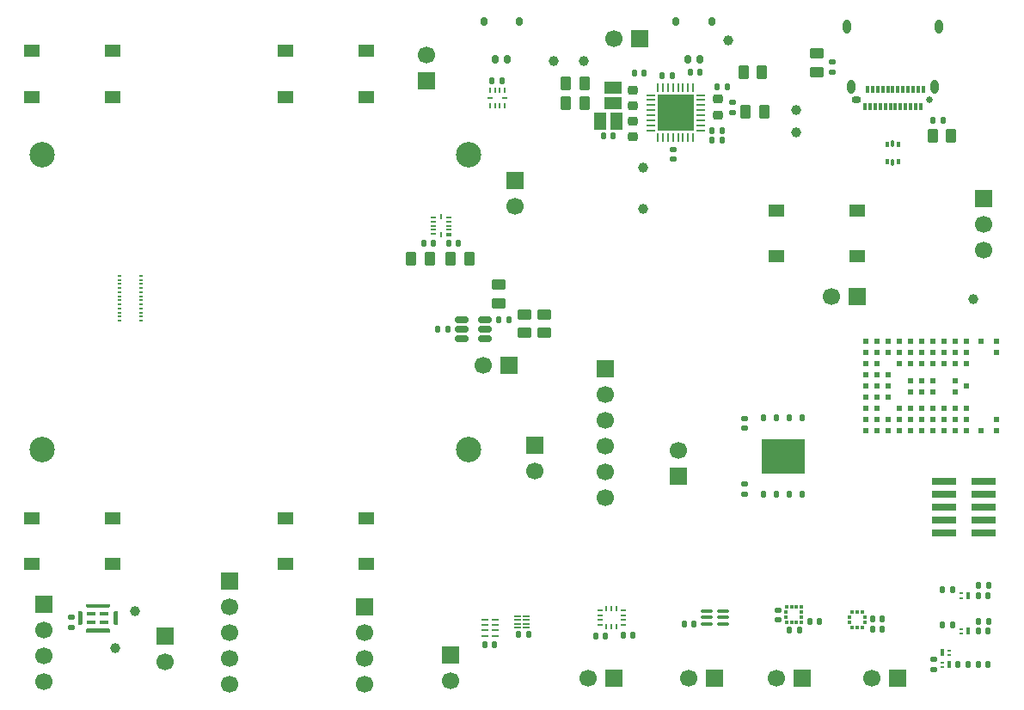
<source format=gbr>
%TF.GenerationSoftware,KiCad,Pcbnew,9.0.1+1*%
%TF.CreationDate,2025-09-19T07:31:43+00:00*%
%TF.ProjectId,ZSWatch-Watch-DevKit,5a535761-7463-4682-9d57-617463682d44,+ (Unreleased)*%
%TF.SameCoordinates,Original*%
%TF.FileFunction,Soldermask,Top*%
%TF.FilePolarity,Negative*%
%FSLAX46Y46*%
G04 Gerber Fmt 4.6, Leading zero omitted, Abs format (unit mm)*
G04 Created by KiCad (PCBNEW 9.0.1+1) date 2025-09-19 07:31:43*
%MOMM*%
%LPD*%
G01*
G04 APERTURE LIST*
G04 Aperture macros list*
%AMRoundRect*
0 Rectangle with rounded corners*
0 $1 Rounding radius*
0 $2 $3 $4 $5 $6 $7 $8 $9 X,Y pos of 4 corners*
0 Add a 4 corners polygon primitive as box body*
4,1,4,$2,$3,$4,$5,$6,$7,$8,$9,$2,$3,0*
0 Add four circle primitives for the rounded corners*
1,1,$1+$1,$2,$3*
1,1,$1+$1,$4,$5*
1,1,$1+$1,$6,$7*
1,1,$1+$1,$8,$9*
0 Add four rect primitives between the rounded corners*
20,1,$1+$1,$2,$3,$4,$5,0*
20,1,$1+$1,$4,$5,$6,$7,0*
20,1,$1+$1,$6,$7,$8,$9,0*
20,1,$1+$1,$8,$9,$2,$3,0*%
G04 Aperture macros list end*
%ADD10C,0.010000*%
%ADD11RoundRect,0.140000X0.140000X0.170000X-0.140000X0.170000X-0.140000X-0.170000X0.140000X-0.170000X0*%
%ADD12RoundRect,0.250000X-0.262500X-0.450000X0.262500X-0.450000X0.262500X0.450000X-0.262500X0.450000X0*%
%ADD13RoundRect,0.250000X0.262500X0.450000X-0.262500X0.450000X-0.262500X-0.450000X0.262500X-0.450000X0*%
%ADD14RoundRect,0.050000X-0.150000X-0.300000X0.150000X-0.300000X0.150000X0.300000X-0.150000X0.300000X0*%
%ADD15RoundRect,0.050000X-0.150000X-0.075000X0.150000X-0.075000X0.150000X0.075000X-0.150000X0.075000X0*%
%ADD16RoundRect,0.093750X-0.093750X0.156250X-0.093750X-0.156250X0.093750X-0.156250X0.093750X0.156250X0*%
%ADD17RoundRect,0.075000X-0.075000X0.250000X-0.075000X-0.250000X0.075000X-0.250000X0.075000X0.250000X0*%
%ADD18RoundRect,0.135000X0.185000X-0.135000X0.185000X0.135000X-0.185000X0.135000X-0.185000X-0.135000X0*%
%ADD19R,1.500000X1.300000*%
%ADD20C,1.000000*%
%ADD21R,1.700000X1.700000*%
%ADD22C,1.700000*%
%ADD23RoundRect,0.250000X-0.450000X0.262500X-0.450000X-0.262500X0.450000X-0.262500X0.450000X0.262500X0*%
%ADD24R,2.400000X0.740000*%
%ADD25RoundRect,0.062500X-0.337500X-0.062500X0.337500X-0.062500X0.337500X0.062500X-0.337500X0.062500X0*%
%ADD26RoundRect,0.062500X-0.062500X-0.337500X0.062500X-0.337500X0.062500X0.337500X-0.062500X0.337500X0*%
%ADD27R,3.600000X3.600000*%
%ADD28RoundRect,0.150000X0.150000X0.275000X-0.150000X0.275000X-0.150000X-0.275000X0.150000X-0.275000X0*%
%ADD29RoundRect,0.175000X0.175000X0.225000X-0.175000X0.225000X-0.175000X-0.225000X0.175000X-0.225000X0*%
%ADD30RoundRect,0.075000X-0.512500X-0.075000X0.512500X-0.075000X0.512500X0.075000X-0.512500X0.075000X0*%
%ADD31C,2.500000*%
%ADD32R,0.250000X0.500000*%
%ADD33R,0.500000X0.250000*%
%ADD34RoundRect,0.140000X-0.170000X0.140000X-0.170000X-0.140000X0.170000X-0.140000X0.170000X0.140000X0*%
%ADD35RoundRect,0.135000X0.135000X0.185000X-0.135000X0.185000X-0.135000X-0.185000X0.135000X-0.185000X0*%
%ADD36RoundRect,0.140000X-0.140000X-0.170000X0.140000X-0.170000X0.140000X0.170000X-0.140000X0.170000X0*%
%ADD37RoundRect,0.125000X0.125000X-0.200000X0.125000X0.200000X-0.125000X0.200000X-0.125000X-0.200000X0*%
%ADD38R,4.300000X3.400000*%
%ADD39RoundRect,0.135000X-0.185000X0.135000X-0.185000X-0.135000X0.185000X-0.135000X0.185000X0.135000X0*%
%ADD40R,0.650000X0.170000*%
%ADD41RoundRect,0.140000X0.170000X-0.140000X0.170000X0.140000X-0.170000X0.140000X-0.170000X-0.140000X0*%
%ADD42R,0.950000X0.450000*%
%ADD43RoundRect,0.135000X-0.135000X-0.185000X0.135000X-0.185000X0.135000X0.185000X-0.135000X0.185000X0*%
%ADD44R,0.700000X0.270000*%
%ADD45R,0.370000X0.300000*%
%ADD46R,0.300000X0.370000*%
%ADD47RoundRect,0.147500X0.147500X0.172500X-0.147500X0.172500X-0.147500X-0.172500X0.147500X-0.172500X0*%
%ADD48C,0.650000*%
%ADD49O,0.950000X0.650000*%
%ADD50R,0.300000X0.700000*%
%ADD51O,0.800000X1.400000*%
%ADD52RoundRect,0.225000X-0.250000X0.225000X-0.250000X-0.225000X0.250000X-0.225000X0.250000X0.225000X0*%
%ADD53R,0.475000X0.250000*%
%ADD54R,0.250000X0.475000*%
%ADD55R,1.150000X1.800000*%
%ADD56R,0.600000X0.600000*%
%ADD57RoundRect,0.147500X-0.147500X-0.172500X0.147500X-0.172500X0.147500X0.172500X-0.147500X0.172500X0*%
%ADD58RoundRect,0.225000X0.250000X-0.225000X0.250000X0.225000X-0.250000X0.225000X-0.250000X-0.225000X0*%
%ADD59R,0.300000X0.325000*%
%ADD60R,0.325000X0.300000*%
%ADD61R,1.800000X1.150000*%
%ADD62RoundRect,0.050000X0.150000X0.300000X-0.150000X0.300000X-0.150000X-0.300000X0.150000X-0.300000X0*%
%ADD63RoundRect,0.050000X0.150000X0.075000X-0.150000X0.075000X-0.150000X-0.075000X0.150000X-0.075000X0*%
%ADD64RoundRect,0.150000X0.512500X0.150000X-0.512500X0.150000X-0.512500X-0.150000X0.512500X-0.150000X0*%
%ADD65R,0.450000X0.210000*%
%ADD66R,0.500000X0.320000*%
%ADD67R,0.500000X0.220000*%
%ADD68R,0.220000X0.500000*%
%ADD69R,0.500000X0.200000*%
%ADD70RoundRect,0.250000X0.450000X-0.262500X0.450000X0.262500X-0.450000X0.262500X-0.450000X-0.262500X0*%
G04 APERTURE END LIST*
D10*
%TO.C,MK501*%
X166935000Y-173025000D02*
X166935000Y-174125000D01*
X166835000Y-174225000D01*
X166610000Y-174225000D01*
X166610000Y-172925000D01*
X166835000Y-172925000D01*
X166935000Y-173025000D01*
G36*
X166935000Y-173025000D02*
G01*
X166935000Y-174125000D01*
X166835000Y-174225000D01*
X166610000Y-174225000D01*
X166610000Y-172925000D01*
X166835000Y-172925000D01*
X166935000Y-173025000D01*
G37*
X169635000Y-172425000D02*
X169535000Y-172525000D01*
X167435000Y-172525000D01*
X167335000Y-172425000D01*
X167335000Y-172200000D01*
X169635000Y-172200000D01*
X169635000Y-172425000D01*
G36*
X169635000Y-172425000D02*
G01*
X169535000Y-172525000D01*
X167435000Y-172525000D01*
X167335000Y-172425000D01*
X167335000Y-172200000D01*
X169635000Y-172200000D01*
X169635000Y-172425000D01*
G37*
X169635000Y-174725000D02*
X169635000Y-174950000D01*
X167335000Y-174950000D01*
X167335000Y-174725000D01*
X167435000Y-174625000D01*
X169535000Y-174625000D01*
X169635000Y-174725000D01*
G36*
X169635000Y-174725000D02*
G01*
X169635000Y-174950000D01*
X167335000Y-174950000D01*
X167335000Y-174725000D01*
X167435000Y-174625000D01*
X169535000Y-174625000D01*
X169635000Y-174725000D01*
G37*
X170360000Y-174225000D02*
X170135000Y-174225000D01*
X170035000Y-174125000D01*
X170035000Y-173025000D01*
X170135000Y-172925000D01*
X170360000Y-172925000D01*
X170360000Y-174225000D01*
G36*
X170360000Y-174225000D02*
G01*
X170135000Y-174225000D01*
X170035000Y-174125000D01*
X170035000Y-173025000D01*
X170135000Y-172925000D01*
X170360000Y-172925000D01*
X170360000Y-174225000D01*
G37*
%TD*%
D11*
%TO.C,C410*%
X225060000Y-120200000D03*
X224100000Y-120200000D03*
%TD*%
D12*
%TO.C,R605*%
X250700000Y-126100000D03*
X252525000Y-126100000D03*
%TD*%
D13*
%TO.C,R409*%
X234112500Y-123749000D03*
X232287500Y-123749000D03*
%TD*%
D14*
%TO.C,Q403*%
X254250000Y-171400000D03*
D15*
X253550000Y-171175000D03*
X253550000Y-171625000D03*
%TD*%
D12*
%TO.C,R615*%
X203275000Y-138200000D03*
X205100000Y-138200000D03*
%TD*%
D16*
%TO.C,IC602*%
X247337500Y-126937500D03*
D17*
X246800000Y-126862500D03*
D16*
X246262500Y-126937500D03*
X246262500Y-128637500D03*
D17*
X246800000Y-128712500D03*
D16*
X247337500Y-128637500D03*
%TD*%
D18*
%TO.C,R403*%
X250800000Y-178710000D03*
X250800000Y-177690000D03*
%TD*%
D19*
%TO.C,S503*%
X162025000Y-163750000D03*
X162025000Y-168250000D03*
X169975000Y-163750000D03*
X169975000Y-168250000D03*
%TD*%
D20*
%TO.C,TP502*%
X222200000Y-129200000D03*
%TD*%
D21*
%TO.C,X508*%
X200900000Y-120700000D03*
D22*
X200900000Y-118160000D03*
%TD*%
D19*
%TO.C,S504*%
X162025000Y-117750000D03*
X162025000Y-122250000D03*
X169975000Y-117750000D03*
X169975000Y-122250000D03*
%TD*%
D23*
%TO.C,R613*%
X212500000Y-143687500D03*
X212500000Y-145512500D03*
%TD*%
D24*
%TO.C,X601*%
X251800000Y-160120000D03*
X255700000Y-160120000D03*
X251800000Y-161390000D03*
X255700000Y-161390000D03*
X251800000Y-162660000D03*
X255700000Y-162660000D03*
X251800000Y-163930000D03*
X255700000Y-163930000D03*
X251800000Y-165200000D03*
X255700000Y-165200000D03*
%TD*%
D25*
%TO.C,IC401*%
X222937790Y-122080400D03*
X222937790Y-122580400D03*
X222937790Y-123080400D03*
X222937790Y-123580400D03*
X222937790Y-124080400D03*
X222937790Y-124580400D03*
X222937790Y-125080400D03*
X222937790Y-125580400D03*
D26*
X223637790Y-126280400D03*
X224137790Y-126280400D03*
X224637790Y-126280400D03*
X225137790Y-126280400D03*
X225637790Y-126280400D03*
X226137790Y-126280400D03*
X226637790Y-126280400D03*
X227137790Y-126280400D03*
D25*
X227837790Y-125580400D03*
X227837790Y-125080400D03*
X227837790Y-124580400D03*
X227837790Y-124080400D03*
X227837790Y-123580400D03*
X227837790Y-123080400D03*
X227837790Y-122580400D03*
X227837790Y-122080400D03*
D26*
X227137790Y-121380400D03*
X226637790Y-121380400D03*
X226137790Y-121380400D03*
X225637790Y-121380400D03*
X225137790Y-121380400D03*
X224637790Y-121380400D03*
X224137790Y-121380400D03*
X223637790Y-121380400D03*
D27*
X225387790Y-123830400D03*
%TD*%
D21*
%TO.C,X503*%
X175100000Y-175400000D03*
D22*
X175100000Y-177940000D03*
%TD*%
D28*
%TO.C,X509*%
X208850000Y-118575000D03*
X207650000Y-118575000D03*
D29*
X210000000Y-114800000D03*
X206500000Y-114800000D03*
%TD*%
D30*
%TO.C,IC501*%
X228505000Y-172900000D03*
X228505000Y-173550000D03*
X228505000Y-174200000D03*
X230080000Y-174200000D03*
X230080000Y-173550000D03*
X230080000Y-172900000D03*
%TD*%
D31*
%TO.C,REF\u002A\u002A*%
X205000000Y-157000000D03*
%TD*%
D21*
%TO.C,X610*%
X211500000Y-156600000D03*
D22*
X211500000Y-159140000D03*
%TD*%
D21*
%TO.C,X403*%
X163200000Y-172220000D03*
D22*
X163200000Y-174760000D03*
X163200000Y-177300000D03*
X163200000Y-179840000D03*
%TD*%
D11*
%TO.C,C403*%
X227780000Y-119800000D03*
X226820000Y-119800000D03*
%TD*%
D21*
%TO.C,X504*%
X194800000Y-172490000D03*
D22*
X194800000Y-175030000D03*
X194800000Y-177570000D03*
X194800000Y-180110000D03*
%TD*%
D21*
%TO.C,X606*%
X225700000Y-159640000D03*
D22*
X225700000Y-157100000D03*
%TD*%
D32*
%TO.C,IC505*%
X207100000Y-123100000D03*
X207600000Y-123100000D03*
X208100000Y-123100000D03*
X208600000Y-123100000D03*
D33*
X208600000Y-122350000D03*
D32*
X208600000Y-121600000D03*
X208100000Y-121600000D03*
X207600000Y-121600000D03*
X207100000Y-121600000D03*
D33*
X207100000Y-122350000D03*
%TD*%
D21*
%TO.C,X401*%
X221865000Y-116500000D03*
D22*
X219325000Y-116500000D03*
%TD*%
D21*
%TO.C,X501*%
X229200000Y-179500000D03*
D22*
X226660000Y-179500000D03*
%TD*%
D21*
%TO.C,X502*%
X181500000Y-169980000D03*
D22*
X181500000Y-172520000D03*
X181500000Y-175060000D03*
X181500000Y-177600000D03*
X181500000Y-180140000D03*
%TD*%
D21*
%TO.C,X506*%
X237840000Y-179500000D03*
D22*
X235300000Y-179500000D03*
%TD*%
D34*
%TO.C,C505*%
X235500000Y-172795000D03*
X235500000Y-173755000D03*
%TD*%
D21*
%TO.C,X607*%
X209600000Y-130525000D03*
D22*
X209600000Y-133065000D03*
%TD*%
D35*
%TO.C,R405*%
X256210000Y-170400000D03*
X255190000Y-170400000D03*
%TD*%
D36*
%TO.C,C404*%
X229520000Y-121300000D03*
X230480000Y-121300000D03*
%TD*%
D11*
%TO.C,C511*%
X207580000Y-176220000D03*
X206620000Y-176220000D03*
%TD*%
D37*
%TO.C,IC603*%
X234090000Y-161400000D03*
X235360000Y-161400000D03*
X236630000Y-161400000D03*
X237900000Y-161400000D03*
X237900000Y-153900000D03*
X236630000Y-153900000D03*
X235360000Y-153900000D03*
X234090000Y-153900000D03*
D38*
X235995000Y-157650000D03*
%TD*%
D39*
%TO.C,R604*%
X240800000Y-118790000D03*
X240800000Y-119810000D03*
%TD*%
D20*
%TO.C,TP403*%
X216400000Y-118700000D03*
%TD*%
D40*
%TO.C,IC506*%
X210725000Y-174500000D03*
X210725000Y-174150000D03*
X210725000Y-173800000D03*
X210725000Y-173450000D03*
X209875000Y-173450000D03*
X209875000Y-173800000D03*
X209875000Y-174150000D03*
X209875000Y-174500000D03*
%TD*%
D20*
%TO.C,TP404*%
X213400000Y-118700000D03*
%TD*%
D41*
%TO.C,C602*%
X232170000Y-154880000D03*
X232170000Y-153920000D03*
%TD*%
D21*
%TO.C,X505*%
X219340000Y-179500000D03*
D22*
X216800000Y-179500000D03*
%TD*%
D42*
%TO.C,MK501*%
X167810000Y-173150000D03*
X169160000Y-173150000D03*
X169160000Y-174000000D03*
X167810000Y-174000000D03*
%TD*%
D21*
%TO.C,X604*%
X255700000Y-132270000D03*
D22*
X255700000Y-134810000D03*
X255700000Y-137350000D03*
%TD*%
D12*
%TO.C,R410*%
X214587500Y-120900000D03*
X216412500Y-120900000D03*
%TD*%
D13*
%TO.C,R616*%
X201187500Y-138200000D03*
X199362500Y-138200000D03*
%TD*%
D43*
%TO.C,R603*%
X250700000Y-124600000D03*
X251720000Y-124600000D03*
%TD*%
D35*
%TO.C,R408*%
X229989410Y-126538400D03*
X228969410Y-126538400D03*
%TD*%
D28*
%TO.C,X402*%
X227800000Y-118575000D03*
X226600000Y-118575000D03*
D29*
X228950000Y-114800000D03*
X225450000Y-114800000D03*
%TD*%
D11*
%TO.C,C503*%
X218500000Y-175332500D03*
X217540000Y-175332500D03*
%TD*%
D44*
%TO.C,IC507*%
X206600000Y-173725000D03*
X206600000Y-174265000D03*
X206600000Y-174805000D03*
X206600000Y-175345000D03*
X207600000Y-175345000D03*
X207600000Y-174805000D03*
X207600000Y-174265000D03*
X207600000Y-173725000D03*
%TD*%
D21*
%TO.C,X507*%
X247300000Y-179500000D03*
D22*
X244760000Y-179500000D03*
%TD*%
D45*
%TO.C,IC504*%
X244062500Y-174007500D03*
X244062500Y-173507500D03*
D46*
X243800000Y-172995000D03*
X243300000Y-172995000D03*
X242800000Y-172995000D03*
D45*
X242537500Y-173507500D03*
X242537500Y-174007500D03*
D46*
X242800000Y-174520000D03*
X243300000Y-174520000D03*
X243800000Y-174520000D03*
%TD*%
D11*
%TO.C,C510*%
X208280000Y-120700000D03*
X207320000Y-120700000D03*
%TD*%
D20*
%TO.C,TP501*%
X222200000Y-133300000D03*
%TD*%
D47*
%TO.C,D403*%
X256185000Y-178200000D03*
X255215000Y-178200000D03*
%TD*%
D48*
%TO.C,X603*%
X250400000Y-122560000D03*
D49*
X243200000Y-122560000D03*
D50*
X249550000Y-123220000D03*
X249050000Y-123220000D03*
X248550000Y-123220000D03*
X248050000Y-123220000D03*
X247550000Y-123220000D03*
X247050000Y-123220000D03*
X246550000Y-123220000D03*
X246050000Y-123220000D03*
X245550000Y-123220000D03*
X245050000Y-123220000D03*
X244550000Y-123220000D03*
X244050000Y-123220000D03*
X244300000Y-121520000D03*
X244800000Y-121520000D03*
X245300000Y-121520000D03*
X245800000Y-121520000D03*
X246300000Y-121520000D03*
X246800000Y-121520000D03*
X247300000Y-121520000D03*
X247800000Y-121520000D03*
X248300000Y-121520000D03*
X248800000Y-121520000D03*
X249300000Y-121520000D03*
X249800000Y-121520000D03*
D51*
X251290000Y-115360000D03*
X250930000Y-121310000D03*
X242670000Y-121310000D03*
X242310000Y-115360000D03*
%TD*%
D20*
%TO.C,TP601*%
X254700000Y-142200000D03*
%TD*%
D52*
%TO.C,C408*%
X221151410Y-124633400D03*
X221151410Y-126183400D03*
%TD*%
D35*
%TO.C,R404*%
X256210000Y-173900000D03*
X255190000Y-173900000D03*
%TD*%
D41*
%TO.C,C502*%
X165900000Y-174500000D03*
X165900000Y-173540000D03*
%TD*%
D53*
%TO.C,IC502*%
X217937500Y-172800000D03*
X217937500Y-173300000D03*
X217937500Y-173800000D03*
X217937500Y-174300000D03*
D54*
X218600000Y-174462500D03*
X219100000Y-174462500D03*
X219600000Y-174462500D03*
D53*
X220262500Y-174300000D03*
X220262500Y-173800000D03*
X220262500Y-173300000D03*
X220262500Y-172800000D03*
D54*
X219600000Y-172637500D03*
X219100000Y-172637500D03*
X218600000Y-172637500D03*
%TD*%
D20*
%TO.C,TP503*%
X172200000Y-172900000D03*
%TD*%
D23*
%TO.C,R606*%
X239300000Y-117987500D03*
X239300000Y-119812500D03*
%TD*%
D55*
%TO.C,L401*%
X217938410Y-124659400D03*
X219538410Y-124659400D03*
%TD*%
D56*
%TO.C,M601*%
X244100000Y-155150000D03*
X244100000Y-154050000D03*
X244100000Y-152950000D03*
X244100000Y-151850000D03*
X244100000Y-150750000D03*
X244100000Y-149650000D03*
X244100000Y-148550000D03*
X244100000Y-147450000D03*
X244100000Y-146350000D03*
X245200000Y-155150000D03*
X245200000Y-154050000D03*
X245200000Y-152950000D03*
X245200000Y-151850000D03*
X245200000Y-150750000D03*
X245200000Y-149650000D03*
X245200000Y-148550000D03*
X245200000Y-147450000D03*
X245200000Y-146350000D03*
X246300000Y-155150000D03*
X246300000Y-154050000D03*
X246300000Y-151850000D03*
X246300000Y-150750000D03*
X246300000Y-149650000D03*
X246300000Y-147450000D03*
X246300000Y-146350000D03*
X247400000Y-155150000D03*
X247400000Y-154050000D03*
X247400000Y-152950000D03*
X247400000Y-148550000D03*
X247400000Y-147450000D03*
X247400000Y-146350000D03*
X248500000Y-155150000D03*
X248500000Y-154050000D03*
X248500000Y-152950000D03*
X248500000Y-151300000D03*
X248500000Y-150200000D03*
X248500000Y-148550000D03*
X248500000Y-147450000D03*
X248500000Y-146350000D03*
X249600000Y-155150000D03*
X249600000Y-154050000D03*
X249600000Y-152950000D03*
X249600000Y-151300000D03*
X249600000Y-150200000D03*
X249600000Y-148550000D03*
X249600000Y-147450000D03*
X249600000Y-146350000D03*
X250700000Y-155150000D03*
X250700000Y-154050000D03*
X250700000Y-152950000D03*
X250700000Y-151300000D03*
X250700000Y-150200000D03*
X250700000Y-148550000D03*
X250700000Y-147450000D03*
X250700000Y-146350000D03*
X251800000Y-155150000D03*
X251800000Y-154050000D03*
X251800000Y-152950000D03*
X251800000Y-148550000D03*
X251800000Y-147450000D03*
X251800000Y-146350000D03*
X252900000Y-155150000D03*
X252900000Y-154050000D03*
X252900000Y-152950000D03*
X252900000Y-151300000D03*
X252900000Y-150200000D03*
X252900000Y-148550000D03*
X252900000Y-147450000D03*
X252900000Y-146350000D03*
X254000000Y-155150000D03*
X254000000Y-154050000D03*
X254000000Y-152950000D03*
X254000000Y-150750000D03*
X254000000Y-148550000D03*
X254000000Y-147450000D03*
X254000000Y-146350000D03*
X255500000Y-155150000D03*
X255500000Y-146350000D03*
X257000000Y-155150000D03*
X257000000Y-154050000D03*
X257000000Y-147450000D03*
X257000000Y-146350000D03*
%TD*%
D57*
%TO.C,D401*%
X255215000Y-174900000D03*
X256185000Y-174900000D03*
%TD*%
D58*
%TO.C,C406*%
X221151410Y-123148400D03*
X221151410Y-121598400D03*
%TD*%
D11*
%TO.C,C407*%
X222289600Y-119930400D03*
X221329600Y-119930400D03*
%TD*%
D36*
%TO.C,C405*%
X218299410Y-126138400D03*
X219259410Y-126138400D03*
%TD*%
D11*
%TO.C,C501*%
X227187500Y-174200000D03*
X226227500Y-174200000D03*
%TD*%
D21*
%TO.C,X609*%
X208975000Y-148700000D03*
D22*
X206435000Y-148700000D03*
%TD*%
D11*
%TO.C,C504*%
X221180000Y-175300000D03*
X220220000Y-175300000D03*
%TD*%
%TO.C,C601*%
X208980000Y-144187500D03*
X208020000Y-144187500D03*
%TD*%
D59*
%TO.C,IC503*%
X237812500Y-172462500D03*
X237312500Y-172462500D03*
X236812500Y-172462500D03*
X236312500Y-172462500D03*
D60*
X236300000Y-172975000D03*
X236300000Y-173475000D03*
D59*
X236312500Y-173987500D03*
X236812500Y-173987500D03*
X237312500Y-173987500D03*
X237812500Y-173987500D03*
D60*
X237825000Y-173475000D03*
X237825000Y-172975000D03*
%TD*%
D36*
%TO.C,C506*%
X238620000Y-173975000D03*
X239580000Y-173975000D03*
%TD*%
D61*
%TO.C,L402*%
X219246410Y-121319400D03*
X219246410Y-122919400D03*
%TD*%
D58*
%TO.C,C409*%
X229590620Y-124044000D03*
X229590620Y-122494000D03*
%TD*%
D23*
%TO.C,R602*%
X208020000Y-140775000D03*
X208020000Y-142600000D03*
%TD*%
D35*
%TO.C,R402*%
X252710000Y-170800000D03*
X251690000Y-170800000D03*
%TD*%
D19*
%TO.C,S502*%
X187025000Y-163750000D03*
X187025000Y-168250000D03*
X194975000Y-163750000D03*
X194975000Y-168250000D03*
%TD*%
D31*
%TO.C,REF\u002A\u002A*%
X163000000Y-157000000D03*
%TD*%
D62*
%TO.C,Q401*%
X251650000Y-177000000D03*
D63*
X252350000Y-177225000D03*
X252350000Y-176775000D03*
%TD*%
D11*
%TO.C,C508*%
X245780000Y-173700000D03*
X244820000Y-173700000D03*
%TD*%
D12*
%TO.C,R411*%
X214587500Y-122900000D03*
X216412500Y-122900000D03*
%TD*%
D43*
%TO.C,R601*%
X201990000Y-145137500D03*
X203010000Y-145137500D03*
%TD*%
D31*
%TO.C,REF\u002A\u002A*%
X205000000Y-128000000D03*
%TD*%
D20*
%TO.C,TP504*%
X170200000Y-176600000D03*
%TD*%
D64*
%TO.C,IC601*%
X206637500Y-146087500D03*
X206637500Y-145137500D03*
X206637500Y-144187500D03*
X204362500Y-144187500D03*
X204362500Y-145137500D03*
X204362500Y-146087500D03*
%TD*%
D12*
%TO.C,R412*%
X232087500Y-119800000D03*
X233912500Y-119800000D03*
%TD*%
D21*
%TO.C,X510*%
X203200000Y-177260000D03*
D22*
X203200000Y-179800000D03*
%TD*%
D21*
%TO.C,X605*%
X218500000Y-149050000D03*
D22*
X218500000Y-151590000D03*
X218500000Y-154130000D03*
X218500000Y-156670000D03*
X218500000Y-159210000D03*
X218500000Y-161750000D03*
%TD*%
D39*
%TO.C,R612*%
X232170000Y-160400000D03*
X232170000Y-161420000D03*
%TD*%
D19*
%TO.C,S501*%
X187025000Y-117750000D03*
X187025000Y-122250000D03*
X194975000Y-117750000D03*
X194975000Y-122250000D03*
%TD*%
D31*
%TO.C,REF\u002A\u002A*%
X163000000Y-128000000D03*
%TD*%
D41*
%TO.C,C401*%
X231000000Y-123780000D03*
X231000000Y-122820000D03*
%TD*%
D35*
%TO.C,R406*%
X254210000Y-178200000D03*
X253190000Y-178200000D03*
%TD*%
D20*
%TO.C,TP402*%
X230600000Y-116725000D03*
%TD*%
D11*
%TO.C,C604*%
X201555000Y-136700000D03*
X200595000Y-136700000D03*
%TD*%
D65*
%TO.C,X608*%
X172800000Y-144300000D03*
X172800000Y-143900000D03*
X172800000Y-143500000D03*
X172800000Y-143100000D03*
X172800000Y-142700000D03*
X172800000Y-142300000D03*
X172800000Y-141900000D03*
X172800000Y-141500000D03*
X172800000Y-141100000D03*
X172800000Y-140700000D03*
X172800000Y-140300000D03*
X172800000Y-139900000D03*
X170610000Y-139900000D03*
X170610000Y-140300000D03*
X170610000Y-140700000D03*
X170610000Y-141100000D03*
X170610000Y-141500000D03*
X170610000Y-141900000D03*
X170610000Y-142300000D03*
X170610000Y-142700000D03*
X170610000Y-143100000D03*
X170610000Y-143500000D03*
X170610000Y-143900000D03*
X170610000Y-144300000D03*
%TD*%
D57*
%TO.C,D402*%
X255215000Y-171400000D03*
X256185000Y-171400000D03*
%TD*%
D36*
%TO.C,C509*%
X244820000Y-174700000D03*
X245780000Y-174700000D03*
%TD*%
D34*
%TO.C,C402*%
X225137790Y-127420000D03*
X225137790Y-128380000D03*
%TD*%
D66*
%TO.C,IC604*%
X203045000Y-135800000D03*
D67*
X203045000Y-135350000D03*
X203045000Y-134950000D03*
X203045000Y-134550000D03*
X203045000Y-134150000D03*
D68*
X202295000Y-134050000D03*
D69*
X201545000Y-134150000D03*
D67*
X201545000Y-134550000D03*
X201545000Y-134950000D03*
X201545000Y-135350000D03*
X201545000Y-135750000D03*
D68*
X202295000Y-135850000D03*
%TD*%
D35*
%TO.C,R407*%
X229989410Y-125580400D03*
X228969410Y-125580400D03*
%TD*%
D20*
%TO.C,TP401*%
X237300000Y-125800000D03*
%TD*%
D14*
%TO.C,Q404*%
X252350000Y-178200000D03*
D15*
X251650000Y-177975000D03*
X251650000Y-178425000D03*
%TD*%
D70*
%TO.C,R614*%
X210500000Y-145512500D03*
X210500000Y-143687500D03*
%TD*%
D11*
%TO.C,C507*%
X237580000Y-174775000D03*
X236620000Y-174775000D03*
%TD*%
D35*
%TO.C,R401*%
X252710000Y-174300000D03*
X251690000Y-174300000D03*
%TD*%
D20*
%TO.C,TP405*%
X237300000Y-123600000D03*
%TD*%
D14*
%TO.C,Q402*%
X254250000Y-174900000D03*
D15*
X253550000Y-174675000D03*
X253550000Y-175125000D03*
%TD*%
D43*
%TO.C,R502*%
X209890000Y-175200000D03*
X210910000Y-175200000D03*
%TD*%
D19*
%TO.C,S601*%
X243275000Y-137950000D03*
X243275000Y-133450000D03*
X235325000Y-137950000D03*
X235325000Y-133450000D03*
%TD*%
D36*
%TO.C,C603*%
X203057500Y-136700000D03*
X204017500Y-136700000D03*
%TD*%
D21*
%TO.C,X602*%
X243300000Y-141900000D03*
D22*
X240760000Y-141900000D03*
%TD*%
M02*

</source>
